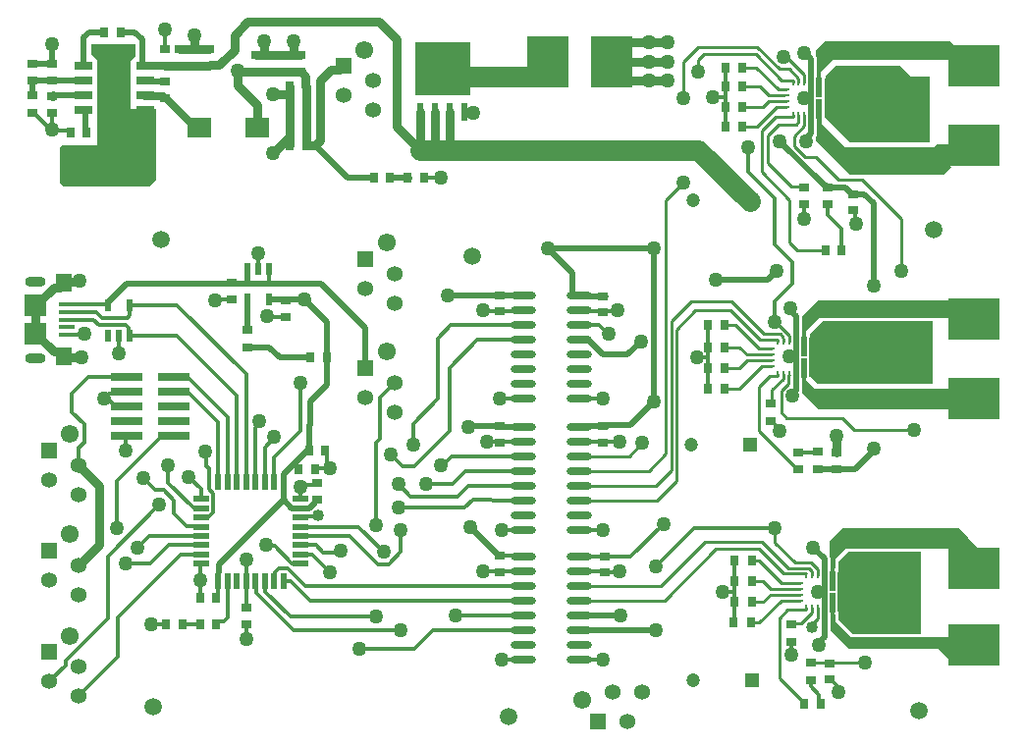
<source format=gtl>
G04*
G04 #@! TF.GenerationSoftware,Altium Limited,Altium Designer,21.9.1 (22)*
G04*
G04 Layer_Physical_Order=1*
G04 Layer_Color=255*
%FSLAX42Y42*%
%MOMM*%
G71*
G04*
G04 #@! TF.SameCoordinates,B3A7D64E-7091-44AA-A069-5FD8CBDAA8E7*
G04*
G04*
G04 #@! TF.FilePolarity,Positive*
G04*
G01*
G75*
%ADD16C,0.25*%
G04:AMPARAMS|DCode=18|XSize=1.55mm|YSize=0.6mm|CornerRadius=0.02mm|HoleSize=0mm|Usage=FLASHONLY|Rotation=0.000|XOffset=0mm|YOffset=0mm|HoleType=Round|Shape=RoundedRectangle|*
%AMROUNDEDRECTD18*
21,1,1.55,0.57,0,0,0.0*
21,1,1.52,0.60,0,0,0.0*
1,1,0.03,0.76,-0.28*
1,1,0.03,-0.76,-0.28*
1,1,0.03,-0.76,0.28*
1,1,0.03,0.76,0.28*
%
%ADD18ROUNDEDRECTD18*%
%ADD19R,0.60X0.25*%
%ADD20R,0.25X0.60*%
%ADD21R,1.35X0.40*%
%ADD22R,1.40X1.60*%
%ADD23R,1.90X1.90*%
%ADD24R,1.36X0.50*%
%ADD25R,0.50X1.36*%
%ADD26R,2.00X1.70*%
%ADD27R,2.79X0.74*%
%ADD28R,0.60X1.00*%
%ADD29R,0.80X0.90*%
%ADD30R,0.90X0.80*%
%ADD31R,0.60X1.62*%
%ADD32R,0.70X0.90*%
%ADD33R,0.90X0.70*%
%ADD34R,4.45X3.56*%
%ADD35O,2.20X0.60*%
%ADD36R,3.56X4.45*%
%ADD62R,2.95X4.90*%
%ADD63R,0.50X1.68*%
%ADD64R,1.40X3.50*%
%ADD65R,0.50X3.50*%
%ADD66R,4.80X4.58*%
%ADD67C,0.51*%
%ADD68C,0.38*%
%ADD69C,0.50*%
%ADD70C,1.78*%
%ADD71C,0.76*%
%ADD72C,0.64*%
%ADD73C,0.48*%
%ADD74O,1.80X0.90*%
%ADD75C,1.52*%
%ADD76R,1.36X1.36*%
%ADD77C,1.36*%
%ADD78C,1.55*%
%ADD79C,1.20*%
%ADD80R,1.20X1.20*%
%ADD81R,1.36X1.36*%
%ADD82C,1.27*%
%ADD83C,1.02*%
G36*
X3556Y8852D02*
X3505Y8801D01*
X3238D01*
X3175Y8865D01*
Y8954D01*
X3556D01*
Y8852D01*
D02*
G37*
G36*
X10630Y8928D02*
Y8870D01*
X10629Y8865D01*
X10630Y8860D01*
Y8814D01*
X9563D01*
X9461Y8712D01*
Y8649D01*
X9436D01*
X9429Y8656D01*
Y8821D01*
X9425Y8840D01*
X9423Y8842D01*
Y8903D01*
X9500Y8979D01*
X10579D01*
X10630Y8928D01*
D02*
G37*
G36*
X10236Y8674D02*
X10401D01*
Y8103D01*
X9715D01*
X9500Y8318D01*
Y8674D01*
X9589Y8763D01*
X10147D01*
X10236Y8674D01*
D02*
G37*
G36*
X9468Y8283D02*
X9474D01*
Y8268D01*
X9677Y8064D01*
X10439D01*
X10465Y8090D01*
X10604D01*
Y7973D01*
X10593Y7961D01*
X10582Y7945D01*
X10578Y7925D01*
X10582Y7905D01*
X10588Y7896D01*
X10516Y7823D01*
X9821D01*
X9817Y7824D01*
X9715D01*
X9423Y8115D01*
Y8159D01*
X9425Y8161D01*
X9429Y8180D01*
Y8318D01*
X9468D01*
Y8283D01*
D02*
G37*
G36*
X3734Y7785D02*
X3670Y7722D01*
X2934D01*
X2896Y7760D01*
Y8052D01*
X2921Y8077D01*
X3226D01*
Y8344D01*
X3454Y8395D01*
X3734D01*
Y7785D01*
D02*
G37*
G36*
X10592Y6591D02*
X10429D01*
X10427Y6592D01*
X9487D01*
X9484Y6591D01*
X9449D01*
X9335Y6477D01*
Y6414D01*
X9298D01*
Y6606D01*
X9436Y6744D01*
X10592D01*
Y6591D01*
D02*
G37*
G36*
X9335Y6096D02*
Y6058D01*
X9335Y6057D01*
Y6048D01*
X9344D01*
X9411Y5982D01*
X10617D01*
Y5804D01*
X9449D01*
X9304Y5949D01*
X9303Y5953D01*
X9297Y5963D01*
X9297Y5964D01*
Y6096D01*
X9303Y6103D01*
X9309Y6106D01*
X9309Y6106D01*
X9316Y6105D01*
X9324Y6107D01*
X9335Y6096D01*
D02*
G37*
G36*
X10427Y6020D02*
X9436D01*
X9371Y6085D01*
Y6450D01*
X9487Y6566D01*
X10427D01*
Y6020D01*
D02*
G37*
G36*
X10810Y4609D02*
X10805Y4597D01*
X10328D01*
X10325Y4598D01*
X9703D01*
X9700Y4597D01*
X9677D01*
X9589Y4508D01*
Y4486D01*
X9588Y4483D01*
Y4429D01*
X9582D01*
Y4400D01*
X9576Y4394D01*
X9543D01*
Y4516D01*
X9539Y4535D01*
X9538Y4537D01*
Y4661D01*
X9652Y4775D01*
X10655D01*
X10810Y4609D01*
D02*
G37*
G36*
X10325Y3861D02*
X9741D01*
X9614Y3988D01*
Y4407D01*
Y4483D01*
X9703Y4572D01*
X10325D01*
Y3861D01*
D02*
G37*
G36*
X9582Y4066D02*
Y4029D01*
X9588D01*
Y3988D01*
X9589Y3985D01*
Y3975D01*
X9728Y3835D01*
X9738D01*
X9741Y3835D01*
X10325D01*
X10328Y3835D01*
X10579D01*
Y3649D01*
X10567Y3644D01*
X10478Y3734D01*
X9703Y3734D01*
X9543Y3894D01*
Y4065D01*
X9553Y4073D01*
X9582Y4066D01*
D02*
G37*
D16*
X8954Y7849D02*
Y8204D01*
X9076Y8326D02*
X9220D01*
X8954Y8204D02*
X9076Y8326D01*
X8787Y8242D02*
X8915D01*
X9082Y8409D01*
X9168D01*
X9614Y7785D02*
X9817D01*
X10160Y7442D01*
Y6998D02*
Y7442D01*
X9419Y7980D02*
X9614Y7785D01*
X9385Y3945D02*
X9435Y3995D01*
Y4089D01*
X9385Y3924D02*
Y3945D01*
X9184Y6096D02*
X9187Y6099D01*
X9184Y6025D02*
Y6096D01*
X9138Y6065D02*
Y6108D01*
X9042Y5969D02*
X9138Y6065D01*
X9119Y5960D02*
X9184Y6025D01*
X9119Y5778D02*
Y5960D01*
Y5778D02*
X9169Y5728D01*
X9042Y5866D02*
Y5969D01*
X9753Y5626D02*
X10262D01*
X9651Y5728D02*
X9753Y5626D01*
X9169Y5728D02*
X9651D01*
X9138Y6108D02*
X9138Y6108D01*
X9004Y8164D02*
X9101Y8261D01*
X9004Y7925D02*
Y8164D01*
Y7925D02*
X9207Y7722D01*
X8954Y7849D02*
X9195Y7607D01*
X9326Y7980D02*
X9419D01*
X9233Y8157D02*
X9321Y8245D01*
X9233Y8073D02*
Y8157D01*
Y8073D02*
X9326Y7980D01*
X9101Y8261D02*
X9247D01*
X9321Y8245D02*
Y8344D01*
X9220Y8326D02*
X9221Y8326D01*
Y8344D01*
X8407Y8928D02*
X8911D01*
X8280Y8801D02*
X8407Y8928D01*
X8280Y8484D02*
Y8801D01*
X8787Y8585D02*
X8940D01*
X9016Y8509D02*
X9143D01*
X8940Y8585D02*
X9016Y8509D01*
X9017Y8459D02*
X9168D01*
X8787Y8407D02*
X8966D01*
X9017Y8459D01*
X8634Y6160D02*
X8763D01*
X8827Y6223D02*
X9036D01*
X8763Y6160D02*
X8827Y6223D01*
X8928Y5994D02*
X9025Y6091D01*
X8928Y5613D02*
Y5994D01*
Y5613D02*
X9258Y5283D01*
X9106Y5612D02*
Y5636D01*
X9040Y5702D02*
X9106Y5636D01*
X9322Y3264D02*
Y3265D01*
X9291Y3296D02*
X9322Y3265D01*
X9289Y3296D02*
X9291D01*
X9106Y3480D02*
X9289Y3296D01*
X9106Y3480D02*
Y4001D01*
X9538Y3613D02*
X9544Y3619D01*
X9843D01*
X9247Y8261D02*
X9271Y8284D01*
Y8344D01*
X9106Y4001D02*
X9177Y4072D01*
X9373Y3618D02*
X9533D01*
X9538Y3613D01*
X9373Y3468D02*
X9383D01*
X9363Y3618D02*
X9373D01*
X9340Y3641D02*
X9363Y3618D01*
X9218Y3959D02*
X9291D01*
X9385Y4053D01*
X9207Y3949D02*
X9218Y3959D01*
X9385Y4053D02*
Y4089D01*
X9385Y4089D01*
X9177Y4072D02*
X9335D01*
X9335Y4072D01*
Y4089D01*
X9195Y7239D02*
Y7607D01*
X9207Y7722D02*
X9319D01*
X9195Y7239D02*
X9258Y7175D01*
X9319Y7722D02*
X9322Y7719D01*
X9321Y8624D02*
Y8688D01*
X9144Y8839D02*
X9169D01*
X9321Y8688D01*
X9102Y8738D02*
X9192D01*
X9270Y8659D01*
Y8624D02*
Y8659D01*
X8911Y8928D02*
X9102Y8738D01*
X9270Y8624D02*
X9271Y8624D01*
X9126Y8641D02*
X9220D01*
X8903Y8865D02*
X9126Y8641D01*
X8458Y8865D02*
X8903D01*
X9220Y8641D02*
X9221Y8641D01*
Y8624D02*
Y8641D01*
X7377Y5397D02*
X7811D01*
X7925Y5512D01*
X8407Y8814D02*
X8458Y8865D01*
X8407Y8712D02*
Y8814D01*
X8128Y5423D02*
Y7607D01*
X7976Y5271D02*
X8128Y5423D01*
X8174Y5278D02*
Y6561D01*
X8039Y5144D02*
X8174Y5278D01*
X8219Y5184D02*
Y6492D01*
X8052Y5017D02*
X8219Y5184D01*
X8128Y7607D02*
X8280Y7760D01*
X7404Y5017D02*
X8052D01*
X8174Y6561D02*
X8347Y6734D01*
X7377Y5144D02*
X8039D01*
X8219Y6492D02*
X8382Y6655D01*
X7391Y5271D02*
X7976D01*
X9030Y5702D02*
X9040D01*
X8634Y5982D02*
X8763D01*
X8955Y6173D01*
X9036D01*
X9042Y5866D02*
X9042Y5866D01*
X8972Y6451D02*
X9111D01*
X9134Y6428D01*
X8936Y6406D02*
X9088D01*
X9138Y6389D02*
Y6413D01*
X9134Y6418D02*
Y6428D01*
Y6418D02*
X9138Y6413D01*
X9188Y6389D02*
Y6439D01*
X9025Y6091D02*
X9088D01*
X9088Y6091D02*
Y6108D01*
X9088Y6091D02*
X9088Y6091D01*
X9188Y6389D02*
X9188Y6388D01*
X9138Y6389D02*
X9138Y6388D01*
X9088Y6406D02*
X9088Y6406D01*
Y6388D02*
Y6406D01*
X8459Y4661D02*
X8954D01*
X9068Y4648D02*
Y4775D01*
X7379Y4153D02*
X8115D01*
X7379Y4280D02*
X8078D01*
X8115Y4153D02*
X8560Y4597D01*
X8078Y4280D02*
X8459Y4661D01*
X8862Y3962D02*
X8928D01*
X9120Y4154D01*
X8865Y4140D02*
X8966D01*
X9030Y4204D01*
X9282D01*
X9030Y4254D02*
X9282D01*
X9182Y4432D02*
X9357D01*
X9139Y4386D02*
X9335D01*
X9435Y4369D02*
Y4419D01*
X9357Y4432D02*
X9385Y4405D01*
X9376Y4478D02*
X9435Y4419D01*
X9385Y4369D02*
X9385Y4369D01*
X8954Y4661D02*
X9182Y4432D01*
X9385Y4369D02*
Y4405D01*
X9068Y4648D02*
X9238Y4478D01*
X9376D01*
X9120Y4154D02*
X9282D01*
X9120Y4304D02*
X9282D01*
X8966Y4318D02*
X9030Y4254D01*
X8865Y4318D02*
X8966D01*
X8928Y4496D02*
X9120Y4304D01*
X8865Y4496D02*
X8928D01*
X8928Y4597D02*
X9139Y4386D01*
X8560Y4597D02*
X8928D01*
X8635Y6337D02*
X8763D01*
X8827Y6273D02*
X9036D01*
X8763Y6337D02*
X8827Y6273D01*
X8929Y6323D02*
X9036D01*
X8725Y6528D02*
X8929Y6323D01*
X8635Y6528D02*
X8725D01*
X8687Y6655D02*
X8936Y6406D01*
X8689Y6734D02*
X8972Y6451D01*
X8635Y6528D02*
X8635Y6528D01*
X8347Y6734D02*
X8689D01*
X8382Y6655D02*
X8687D01*
X9068Y6553D02*
X9074D01*
X9188Y6439D01*
X9258Y7175D02*
X9503D01*
X9094Y8559D02*
X9168D01*
X9143Y8509D02*
X9143Y8509D01*
X9151D01*
X8787Y8750D02*
X8787Y8750D01*
X8903D01*
X9094Y8559D01*
D18*
X3640Y8764D02*
D03*
Y8638D02*
D03*
Y8511D02*
D03*
Y8383D02*
D03*
X3100D02*
D03*
Y8511D02*
D03*
Y8638D02*
D03*
Y8764D02*
D03*
D19*
X9168Y8409D02*
D03*
Y8459D02*
D03*
Y8509D02*
D03*
Y8559D02*
D03*
X9036Y6323D02*
D03*
Y6273D02*
D03*
Y6223D02*
D03*
Y6173D02*
D03*
X9282Y4154D02*
D03*
Y4204D02*
D03*
Y4254D02*
D03*
Y4304D02*
D03*
D20*
X9221Y8624D02*
D03*
X9271D02*
D03*
X9321D02*
D03*
Y8344D02*
D03*
X9271D02*
D03*
X9221D02*
D03*
X9088Y6108D02*
D03*
X9138D02*
D03*
X9188D02*
D03*
Y6388D02*
D03*
X9138D02*
D03*
X9088D02*
D03*
X9335Y4369D02*
D03*
X9385D02*
D03*
X9435D02*
D03*
Y4089D02*
D03*
X9385D02*
D03*
X9335D02*
D03*
D21*
X2956Y6706D02*
D03*
Y6641D02*
D03*
Y6576D02*
D03*
Y6511D02*
D03*
Y6446D02*
D03*
D22*
X2934Y6896D02*
D03*
Y6256D02*
D03*
D23*
X2689Y6696D02*
D03*
Y6456D02*
D03*
D24*
X4119Y4470D02*
D03*
Y4550D02*
D03*
Y4630D02*
D03*
Y4710D02*
D03*
Y4790D02*
D03*
Y4870D02*
D03*
Y4950D02*
D03*
Y5030D02*
D03*
X4974D02*
D03*
Y4950D02*
D03*
Y4870D02*
D03*
Y4790D02*
D03*
Y4710D02*
D03*
Y4630D02*
D03*
Y4550D02*
D03*
Y4470D02*
D03*
D25*
X4267Y5177D02*
D03*
X4347D02*
D03*
X4427D02*
D03*
X4507D02*
D03*
X4587D02*
D03*
X4667D02*
D03*
X4747D02*
D03*
X4827D02*
D03*
Y4322D02*
D03*
X4747D02*
D03*
X4667D02*
D03*
X4587D02*
D03*
X4507D02*
D03*
X4427D02*
D03*
X4347D02*
D03*
X4267D02*
D03*
D26*
X4106Y8230D02*
D03*
X4606D02*
D03*
D27*
X3886Y5575D02*
D03*
X3480D02*
D03*
X3886Y5702D02*
D03*
X3480D02*
D03*
X3886Y5829D02*
D03*
X3480D02*
D03*
X3886Y5956D02*
D03*
X3480D02*
D03*
X3886Y6083D02*
D03*
X3480D02*
D03*
D28*
X4705Y6750D02*
D03*
X4515D02*
D03*
X4705Y7010D02*
D03*
X4610D02*
D03*
X4515D02*
D03*
X3315Y6699D02*
D03*
X3505D02*
D03*
X3315Y6439D02*
D03*
X3410D02*
D03*
X3505D02*
D03*
D29*
X4883Y8077D02*
D03*
X5023D02*
D03*
X4883Y8204D02*
D03*
X5023D02*
D03*
X4883Y8331D02*
D03*
X5023D02*
D03*
X4883Y8458D02*
D03*
X5023D02*
D03*
X4883Y8585D02*
D03*
X5023D02*
D03*
X2991Y8192D02*
D03*
X3131D02*
D03*
X5607Y7798D02*
D03*
X5747D02*
D03*
X9458Y3264D02*
D03*
X9318D02*
D03*
X9643Y7175D02*
D03*
X9503D02*
D03*
X4248Y3950D02*
D03*
X4108D02*
D03*
X5201Y6248D02*
D03*
X5061D02*
D03*
X4108Y4178D02*
D03*
X4248D02*
D03*
X5188Y5448D02*
D03*
X5048D02*
D03*
X5099Y5283D02*
D03*
X4959D02*
D03*
D30*
X4978Y8858D02*
D03*
Y8718D02*
D03*
X4851Y8858D02*
D03*
Y8718D02*
D03*
X4724Y8858D02*
D03*
Y8718D02*
D03*
X4597Y8858D02*
D03*
Y8718D02*
D03*
X2832Y8782D02*
D03*
Y8642D02*
D03*
Y8503D02*
D03*
Y8363D02*
D03*
X3810Y8769D02*
D03*
Y8909D02*
D03*
X3810Y8630D02*
D03*
Y8490D02*
D03*
X4064Y8909D02*
D03*
Y8769D02*
D03*
X4191Y8909D02*
D03*
Y8769D02*
D03*
X3937Y8909D02*
D03*
Y8769D02*
D03*
X9271Y5429D02*
D03*
Y5289D02*
D03*
X9538Y3613D02*
D03*
Y3473D02*
D03*
X9601Y5289D02*
D03*
Y5429D02*
D03*
X9741Y7658D02*
D03*
Y7518D02*
D03*
X5118Y5163D02*
D03*
Y5023D02*
D03*
X7595Y4394D02*
D03*
Y4534D02*
D03*
X4851Y6597D02*
D03*
Y6738D02*
D03*
X4381Y6890D02*
D03*
Y6750D02*
D03*
X7582Y5518D02*
D03*
Y5658D02*
D03*
X6693Y6648D02*
D03*
Y6788D02*
D03*
X7582Y6636D02*
D03*
Y6776D02*
D03*
X4508Y3949D02*
D03*
Y4089D02*
D03*
X6693Y5518D02*
D03*
Y5658D02*
D03*
Y4400D02*
D03*
Y4540D02*
D03*
D31*
X6388Y8367D02*
D03*
X6261D02*
D03*
X6134D02*
D03*
X6007D02*
D03*
D32*
X3428Y9055D02*
D03*
X3278D02*
D03*
X8862Y3962D02*
D03*
X8712D02*
D03*
X8865Y4140D02*
D03*
X8715D02*
D03*
X8865Y4318D02*
D03*
X8715D02*
D03*
X8484Y6160D02*
D03*
X8634D02*
D03*
X8484Y5982D02*
D03*
X8634D02*
D03*
X8485Y6337D02*
D03*
X8635D02*
D03*
X8865Y4496D02*
D03*
X8715D02*
D03*
X8485Y6528D02*
D03*
X8635D02*
D03*
X8637Y8750D02*
D03*
X8787D02*
D03*
X8637Y8407D02*
D03*
X8787D02*
D03*
X8637Y8242D02*
D03*
X8787D02*
D03*
X8637Y8585D02*
D03*
X8787D02*
D03*
X3812Y3950D02*
D03*
X3962D02*
D03*
X6044Y7798D02*
D03*
X5894D02*
D03*
D33*
X2667Y8636D02*
D03*
Y8786D02*
D03*
X2667Y8358D02*
D03*
Y8508D02*
D03*
X9207Y3949D02*
D03*
Y3799D02*
D03*
X9373Y3468D02*
D03*
Y3618D02*
D03*
X9030Y5702D02*
D03*
Y5852D02*
D03*
X9436Y5284D02*
D03*
Y5434D02*
D03*
X9322Y7719D02*
D03*
Y7569D02*
D03*
X9525Y7719D02*
D03*
Y7569D02*
D03*
X4521Y6489D02*
D03*
Y6338D02*
D03*
D34*
X10782Y4432D02*
D03*
Y3772D02*
D03*
Y5893D02*
D03*
Y6579D02*
D03*
Y8077D02*
D03*
Y8763D02*
D03*
D35*
X7377Y4762D02*
D03*
Y4890D02*
D03*
Y5017D02*
D03*
Y5144D02*
D03*
Y5271D02*
D03*
Y5397D02*
D03*
Y5524D02*
D03*
Y5651D02*
D03*
X6897Y4762D02*
D03*
Y4890D02*
D03*
Y5017D02*
D03*
Y5144D02*
D03*
Y5271D02*
D03*
Y5397D02*
D03*
Y5524D02*
D03*
Y5651D02*
D03*
X6899Y6782D02*
D03*
Y6655D02*
D03*
Y6528D02*
D03*
Y6401D02*
D03*
Y6274D02*
D03*
Y6147D02*
D03*
Y6020D02*
D03*
Y5893D02*
D03*
X7379Y6782D02*
D03*
Y6655D02*
D03*
Y6528D02*
D03*
Y6401D02*
D03*
Y6274D02*
D03*
Y6147D02*
D03*
Y6020D02*
D03*
Y5893D02*
D03*
X6899Y4534D02*
D03*
Y4407D02*
D03*
Y4280D02*
D03*
Y4153D02*
D03*
Y4026D02*
D03*
Y3899D02*
D03*
Y3772D02*
D03*
Y3645D02*
D03*
X7379Y4534D02*
D03*
Y4407D02*
D03*
Y4280D02*
D03*
Y4153D02*
D03*
Y4026D02*
D03*
Y3899D02*
D03*
Y3772D02*
D03*
Y3645D02*
D03*
D36*
X7658Y8801D02*
D03*
X7112D02*
D03*
D62*
X3370Y8574D02*
D03*
D63*
X9448Y8575D02*
D03*
Y8392D02*
D03*
X9316Y6157D02*
D03*
Y6340D02*
D03*
X9562Y4320D02*
D03*
Y4138D02*
D03*
D64*
X9563Y8484D02*
D03*
X9431Y6248D02*
D03*
X9677Y4229D02*
D03*
D65*
X9378Y8484D02*
D03*
X9246Y6248D02*
D03*
X9492Y4229D02*
D03*
D66*
X6198Y8738D02*
D03*
D67*
X6440Y4788D02*
X6688Y4540D01*
X6439Y4788D02*
X6440D01*
X6693Y5658D02*
X6699Y5651D01*
X6897D01*
X6690Y5655D02*
X6693Y5658D01*
X6426Y5651D02*
X6429Y5655D01*
X6690D01*
X6248Y6782D02*
X6249Y6782D01*
X6899D01*
X3315Y6699D02*
X3319Y6704D01*
X5537Y6160D02*
Y6502D01*
X3319Y6704D02*
Y6724D01*
X4508Y6883D02*
X4699D01*
X4254Y6882D02*
X4256Y6883D01*
X4515Y6890D02*
Y7010D01*
X3478Y6882D02*
X4254D01*
X4508Y6883D02*
X4515Y6890D01*
X4256Y6883D02*
X4508D01*
X3319Y6724D02*
X3478Y6882D01*
X4699Y6883D02*
X5156D01*
X5537Y6502D01*
X5199Y6012D02*
Y6248D01*
X4705Y6750D02*
X5010D01*
X5201Y6248D02*
Y6559D01*
X5010Y6750D02*
X5201Y6559D01*
X7586Y6274D02*
X7798D01*
X7912Y6388D01*
X9741Y7658D02*
X9836D01*
X9736D02*
X9741D01*
X9675Y7719D02*
X9736Y7658D01*
X9525Y7719D02*
X9675D01*
X9515Y7729D02*
X9525Y7719D01*
X9760Y5289D02*
X9919Y5448D01*
Y5461D01*
X9601Y5289D02*
X9760D01*
X9436Y5284D02*
X9439Y5287D01*
X9599D01*
X9601Y5289D01*
X9917Y6873D02*
X9919Y6871D01*
X9917Y6873D02*
Y7577D01*
X9836Y7658D02*
X9917Y7577D01*
X9004Y6921D02*
X9081Y6998D01*
X8560Y6921D02*
X9004D01*
X9202Y6652D02*
Y6673D01*
X9247Y6381D02*
Y6608D01*
X9202Y6652D02*
X9247Y6608D01*
X7459Y6401D02*
X7586Y6274D01*
X7379Y6401D02*
X7459D01*
X9246Y5964D02*
Y6099D01*
X9220Y5939D02*
X9246Y5964D01*
X9220Y5918D02*
Y5939D01*
X9106Y8115D02*
X9492Y7729D01*
X9515D01*
X3805Y8490D02*
X3810D01*
X3428Y9055D02*
X3545D01*
X3609Y8638D02*
X3612Y8634D01*
X3806D02*
X3810Y8630D01*
X3612Y8634D02*
X3806D01*
X3609Y8764D02*
Y8991D01*
X3545Y9055D02*
X3609Y8991D01*
X3069Y8764D02*
X3100D01*
X2832Y8782D02*
X2832Y8782D01*
X3104Y8769D02*
Y9008D01*
X3100Y8764D02*
X3104Y8769D01*
X2830Y8784D02*
X2832Y8782D01*
X2669Y8784D02*
X2830D01*
X2667Y8786D02*
X2669Y8784D01*
X3104Y9008D02*
X3151Y9055D01*
X3278D01*
X2832Y8782D02*
Y8954D01*
X2667Y8508D02*
Y8636D01*
X2670Y8639D02*
X2829D01*
X2667Y8636D02*
X2670Y8639D01*
X2667Y8636D02*
X2667Y8636D01*
X2832Y8642D02*
X2834Y8640D01*
X2829Y8639D02*
X2832Y8642D01*
X3121Y8201D02*
X3131Y8192D01*
X3066Y8640D02*
X3069Y8638D01*
X2845Y8511D02*
X3069D01*
X2834Y8640D02*
X3066D01*
X3121Y8201D02*
Y8379D01*
X3116Y8383D02*
X3121Y8379D01*
X5772Y7798D02*
X5894D01*
X5048Y4950D02*
X5099Y5000D01*
Y5008D01*
X4974Y4950D02*
X4974Y4950D01*
X5048D01*
X5099Y5008D02*
X5113Y5023D01*
X5118D01*
X4898Y4950D02*
X4974D01*
X4827Y5021D02*
X4898Y4950D01*
X4833Y5239D02*
X5054Y5461D01*
X7379Y4026D02*
X7734D01*
X9246Y6380D02*
X9247Y6381D01*
X10681Y8865D02*
X10782Y8763D01*
X10630Y7925D02*
X10782Y8077D01*
X9316Y6157D02*
X9316Y6157D01*
X10668Y6693D02*
X10782Y6579D01*
X10744Y3734D02*
X10782Y3772D01*
X4273Y4467D02*
X4827Y5021D01*
X4273Y4395D02*
Y4467D01*
X5054Y5474D02*
Y5664D01*
X4827Y5021D02*
Y5177D01*
X5055Y5867D02*
X5199Y6012D01*
X6899Y6782D02*
X6899Y6782D01*
X5055Y5665D02*
Y5867D01*
X6401Y8020D02*
X6420Y8039D01*
X7379Y3899D02*
X8039D01*
D68*
X6556Y6652D02*
X6683D01*
X6672Y6651D02*
X6890D01*
X6553Y6655D02*
X6556Y6652D01*
X6582Y5521D02*
X6690D01*
X6579Y5524D02*
X6582Y5521D01*
X6690D02*
X6693Y5518D01*
X6696Y5521D01*
X6894D01*
X2957Y6705D02*
X3308D01*
X4699Y6883D02*
X4705Y6889D01*
X4694Y6999D02*
X4705Y7010D01*
X3308Y6705D02*
X3315Y6699D01*
X2956Y6706D02*
X2957Y6705D01*
X4705Y6889D02*
Y7010D01*
X5664Y5550D02*
Y5906D01*
X5626Y5512D02*
X5664Y5550D01*
X5626Y4801D02*
Y5512D01*
X7379Y6782D02*
X7382Y6779D01*
X7328Y6782D02*
X7379D01*
X7318Y6792D02*
X7328Y6782D01*
X7604Y6779D02*
X7607Y6776D01*
X6185Y7798D02*
X6185Y7798D01*
X6044Y7798D02*
X6185D01*
X3810Y8909D02*
Y9081D01*
X3810Y9081D02*
X3810Y9081D01*
X9538Y3473D02*
X9543D01*
X9597Y3383D02*
Y3419D01*
X9543Y3473D02*
X9597Y3419D01*
Y3383D02*
X9614Y3365D01*
X9434Y5432D02*
X9436Y5434D01*
X9271Y5429D02*
X9274Y5432D01*
X9434D01*
X9068Y6553D02*
Y6731D01*
X9220Y6883D02*
Y7074D01*
X9068Y6731D02*
X9220Y6883D01*
X9068Y7226D02*
Y7620D01*
Y7226D02*
X9220Y7074D01*
X8839Y7849D02*
X9068Y7620D01*
X4587Y5642D02*
X4623Y5678D01*
X4587Y5177D02*
Y5642D01*
X4623Y5678D02*
Y5702D01*
X4153Y5436D02*
X4165Y5423D01*
Y5315D02*
Y5423D01*
X4013Y5220D02*
X4119Y5114D01*
X4667Y5177D02*
Y5475D01*
X4750Y5558D01*
Y5563D01*
X4048Y4956D02*
X4113D01*
X3835Y5169D02*
Y5321D01*
X4113Y4956D02*
X4119Y4950D01*
X3835Y5169D02*
X4048Y4956D01*
X3886Y4902D02*
Y5017D01*
X4119Y4790D02*
X4125Y4784D01*
X3721Y5105D02*
X3797D01*
X3886Y5017D01*
X3619Y5207D02*
X3721Y5105D01*
X3311Y4531D02*
X3759Y4978D01*
X3886Y4902D02*
X3994Y4794D01*
X3311Y4001D02*
Y4531D01*
X3391Y5183D02*
X3783Y5575D01*
X3391Y4775D02*
Y5183D01*
X3569Y4610D02*
Y4612D01*
X3667Y4710D01*
X4184Y5114D02*
Y5296D01*
X4165Y5315D02*
X4184Y5296D01*
X5855Y5309D02*
X5956D01*
X5753Y5410D02*
X5855Y5309D01*
X5956D02*
X6261Y5613D01*
Y6160D01*
X6502Y6401D01*
X6899D01*
X9754Y7410D02*
X9766Y7398D01*
X9741Y7518D02*
X9754Y7505D01*
Y7410D02*
Y7505D01*
X9262Y5439D02*
X9271Y5429D01*
X6388Y8367D02*
X6398Y8357D01*
X6464D01*
X2677Y8358D02*
X2818Y8217D01*
X2667Y8358D02*
X2677D01*
X2832Y8217D02*
X2845Y8204D01*
X2667Y8358D02*
X2669Y8360D01*
X2825D02*
X2827Y8363D01*
X2832Y8217D02*
Y8363D01*
X2818Y8217D02*
X2832D01*
X2827Y8363D02*
X2832D01*
X2832Y8363D01*
X2978Y8204D02*
X2991Y8192D01*
X2845Y8204D02*
X2978D01*
X3467Y4470D02*
X3683D01*
X3842Y4630D02*
X4119D01*
X3683Y4470D02*
X3842Y4630D01*
X3400Y3667D02*
Y4010D01*
X3940Y4550D02*
X4119D01*
X3400Y4010D02*
X3940Y4550D01*
X4508Y3823D02*
Y3949D01*
X4891Y4322D02*
X5061Y4153D01*
X6312Y4026D02*
X6899D01*
X5061Y4153D02*
X6899D01*
X7546Y6528D02*
X7622Y6452D01*
X7379Y6528D02*
X7546D01*
X7622Y6452D02*
X7633D01*
X7699Y6645D02*
X7709Y6655D01*
X7592Y6645D02*
X7699D01*
X7582Y6636D02*
X7592Y6645D01*
X7383Y6651D02*
X7582D01*
X7572Y5521D02*
X7718D01*
X5111Y4630D02*
X5173Y4568D01*
X5304D01*
X5321Y4585D01*
X5925Y5048D02*
X6331D01*
X6426Y5144D02*
X6897D01*
X6331Y5048D02*
X6426Y5144D01*
X6461Y5026D02*
X6620D01*
X5817Y4953D02*
X6388D01*
X6461Y5026D01*
X4980Y4876D02*
X5118D01*
X5127Y4886D01*
X4974Y4790D02*
X5472D01*
X5690Y4572D01*
X4994Y5147D02*
X5102D01*
X4978Y5131D02*
X4994Y5147D01*
X5102D02*
X5118Y5163D01*
X4687Y4622D02*
X4755D01*
X4901Y4476D01*
X4674Y4635D02*
X4687Y4622D01*
X4867Y4427D02*
X4883Y4411D01*
X4786Y4427D02*
X4867D01*
X4974Y4870D02*
X4980Y4876D01*
X6691Y4537D02*
X6895D01*
X6688Y4540D02*
X6691Y4537D01*
X3962Y3950D02*
X4115D01*
X4248Y3950D02*
Y3951D01*
X4347Y4004D02*
Y4322D01*
X4269Y3972D02*
X4315D01*
X4248Y3951D02*
X4269Y3972D01*
X4315D02*
X4347Y4004D01*
X9643Y7175D02*
Y7362D01*
X9525Y7480D02*
Y7569D01*
Y7480D02*
X9643Y7362D01*
X9373Y3468D02*
X9373Y3468D01*
Y3416D02*
Y3468D01*
Y3416D02*
X9449Y3340D01*
Y3273D02*
Y3340D01*
Y3273D02*
X9458Y3264D01*
X8839Y7849D02*
Y8064D01*
X9736Y7518D02*
X9741D01*
X2948Y3596D02*
Y3638D01*
X3311Y4001D01*
X9207Y3682D02*
Y3799D01*
X9322Y7442D02*
Y7569D01*
X8484Y5982D02*
Y6160D01*
X8484Y6160D01*
Y6248D01*
X8369Y4775D02*
X9068D01*
X8712Y3962D02*
X8713Y3964D01*
Y4139D01*
X8611Y4229D02*
X8715D01*
X8039Y4445D02*
X8369Y4775D01*
X8715Y4229D02*
Y4318D01*
X8713Y4139D02*
X8715Y4140D01*
Y4229D01*
Y4318D02*
Y4496D01*
X8395Y6248D02*
X8484D01*
X8395Y6248D02*
X8395Y6248D01*
X8484D02*
Y6337D01*
X8635Y6327D02*
Y6337D01*
X8484Y6337D02*
X8485Y6337D01*
Y6528D01*
X8635D02*
X8637Y6525D01*
Y8242D02*
Y8407D01*
Y8496D01*
X8637Y8496D02*
X8637Y8496D01*
X8534Y8496D02*
X8637D01*
X8637Y8496D02*
Y8585D01*
Y8750D01*
X4378Y6747D02*
X4381Y6750D01*
X4242Y6744D02*
X4245Y6747D01*
X4378D01*
X5645Y4464D02*
X5734D01*
X5842Y4572D02*
Y4762D01*
X5734Y4464D02*
X5842Y4572D01*
X5556Y4553D02*
X5645Y4464D01*
X4112Y4182D02*
Y4327D01*
X4108Y4178D02*
X4112Y4182D01*
Y4327D02*
X4115Y4331D01*
Y4465D02*
X4119Y4470D01*
X4115Y4331D02*
Y4465D01*
X5232Y5296D02*
Y5320D01*
X5188Y5448D02*
X5206Y5430D01*
Y5346D02*
Y5430D01*
Y5346D02*
X5232Y5320D01*
X5226Y5290D02*
X5232Y5296D01*
X5099Y5283D02*
X5106Y5290D01*
X5226D01*
X4974Y5030D02*
X4978Y5034D01*
Y5131D01*
X7715Y4400D02*
X7722Y4407D01*
X7601Y4400D02*
X7715D01*
X7595Y4394D02*
X7601Y4400D01*
X3294Y5876D02*
X3330D01*
X3377Y5829D02*
X3480D01*
X3277Y5893D02*
X3322Y5939D01*
X3462D01*
X3330Y5876D02*
X3377Y5829D01*
X3277Y5893D02*
X3294Y5876D01*
X3462Y5939D02*
X3480Y5956D01*
X7569Y5524D02*
X7572Y5521D01*
X7718D02*
X7722Y5524D01*
X6706Y4762D02*
X6871D01*
X6620Y5026D02*
X6630Y5017D01*
X6897D01*
X7404Y4762D02*
X7582D01*
X6556Y4404D02*
X6690D01*
X6696D02*
X6813D01*
X6553Y4407D02*
X6556Y4404D01*
X6706Y3645D02*
X6883D01*
X7404D02*
X7582D01*
X7379Y5893D02*
X7582D01*
X6693D02*
X6896D01*
X4689Y6601D02*
X4853D01*
X4860Y6594D01*
X4685Y6605D02*
X4689Y6601D01*
X3467Y5563D02*
X3480Y5575D01*
X3467Y5448D02*
Y5563D01*
X3377Y5575D02*
X3480D01*
X3407Y6290D02*
Y6436D01*
X3410Y6439D01*
X3404Y6287D02*
X3407Y6290D01*
X3107Y6447D02*
X3111Y6452D01*
X2957Y6447D02*
X3107D01*
X2956Y6446D02*
X2957Y6447D01*
X4610Y7010D02*
Y7150D01*
X3686Y3950D02*
X3812D01*
X3812Y3950D01*
X3685Y3950D02*
X3686Y3950D01*
X4261Y4316D02*
X4267Y4322D01*
X4261Y4191D02*
Y4316D01*
X4248Y4178D02*
X4261Y4191D01*
X5054Y5461D02*
Y5474D01*
X4833Y5183D02*
Y5239D01*
X4827Y5177D02*
X4833Y5183D01*
X5048Y5448D02*
X5048Y5449D01*
X4747Y5384D02*
X4977Y5614D01*
Y6032D01*
X4741Y5171D02*
X4747Y5177D01*
X4977Y6032D02*
X4978Y6033D01*
X6274Y6528D02*
X6896D01*
X6160Y6414D02*
X6274Y6528D01*
X6894Y5521D02*
X6897Y5524D01*
X6690Y4404D02*
X6693Y4400D01*
X6696Y4404D01*
X6895Y4537D02*
X6899Y4534D01*
X5017Y4280D02*
X6899D01*
X4885Y4411D02*
X5017Y4280D01*
X6813Y4407D02*
X6899D01*
X7586Y4403D02*
X7595Y4394D01*
X7379Y4407D02*
X7383Y4403D01*
X7586D01*
X7379Y4534D02*
X7595D01*
X7823D02*
X8103Y4813D01*
X7595Y4534D02*
X7823D01*
X7378Y5524D02*
X7569D01*
X7377Y5524D02*
X7378Y5524D01*
X7379Y6655D02*
X7383Y6651D01*
X4747Y5177D02*
Y5384D01*
X4507Y5177D02*
Y6103D01*
X3911Y6699D02*
X4507Y6103D01*
X4427Y5177D02*
Y5923D01*
X3911Y6439D02*
X4427Y5923D01*
X4119Y5030D02*
Y5114D01*
X3994Y4794D02*
X4115D01*
X4119Y4790D01*
X4267Y4322D02*
X4273Y4328D01*
X5664Y5906D02*
X5791Y6033D01*
X8095Y4813D02*
X8103D01*
X6160Y5892D02*
Y6414D01*
X5944Y5499D02*
Y5676D01*
X6160Y5892D01*
X3214Y6641D02*
X3264Y6591D01*
X2956Y6641D02*
X3214D01*
X3505Y6439D02*
X3911D01*
X3505Y6699D02*
X3911D01*
X3505Y6614D02*
Y6699D01*
X3264Y6591D02*
X3482D01*
X3505Y6614D01*
X2956Y6576D02*
X3185D01*
X3236Y6526D02*
X3471D01*
X3185Y6576D02*
X3236Y6526D01*
X3494Y6450D02*
X3505Y6439D01*
X3471Y6526D02*
X3494Y6503D01*
Y6450D02*
Y6503D01*
X3004Y5938D02*
X3149Y6083D01*
X3480D01*
X5556Y4553D02*
Y4553D01*
X5400Y4710D02*
X5556Y4553D01*
X4974Y4710D02*
X5400D01*
X4974Y4630D02*
X5111D01*
X5077Y4550D02*
X5232Y4394D01*
X4974Y4550D02*
X5077D01*
X4968Y4476D02*
X4974Y4470D01*
X4753Y4394D02*
X4786Y4427D01*
X4883Y4411D02*
X4885D01*
X4901Y4476D02*
X4968D01*
X5817Y5156D02*
X5925Y5048D01*
X6287Y5156D02*
X6401Y5271D01*
X6058Y5156D02*
X6287D01*
X4507Y4322D02*
X4508Y4323D01*
Y4508D01*
X4508Y4508D01*
X4273Y4328D02*
Y4395D01*
X4974Y5030D02*
X5017D01*
X5486Y3734D02*
X5956D01*
X6121Y3899D02*
X6899D01*
X5956Y3734D02*
X6121Y3899D01*
X4593Y4221D02*
X4915Y3899D01*
X5842D01*
X4673Y4231D02*
X4890Y4013D01*
X5626D01*
X4593Y4221D02*
Y4316D01*
X4673Y4231D02*
Y4316D01*
X4827Y4322D02*
X4891D01*
X4747D02*
X4753Y4328D01*
Y4394D01*
X3667Y4710D02*
X4119D01*
X4184Y5114D02*
X4224Y5075D01*
X4190Y4876D02*
X4224Y4910D01*
X4125Y4876D02*
X4190D01*
X4119Y4870D02*
X4125Y4876D01*
X4224Y4910D02*
Y5075D01*
X2807Y3454D02*
X2948Y3596D01*
X3061Y3327D02*
X3400Y3667D01*
X4587Y4322D02*
X4593Y4316D01*
X4667Y4322D02*
X4673Y4316D01*
X8158Y8759D02*
Y8784D01*
X8141Y8801D02*
X8158Y8784D01*
Y8619D02*
X8168D01*
X8141Y8636D02*
X8158Y8619D01*
X3004Y5780D02*
Y5938D01*
Y5780D02*
X3109Y5675D01*
Y5517D02*
Y5675D01*
X3061Y5469D02*
X3109Y5517D01*
X3061Y5321D02*
Y5469D01*
X3783Y5575D02*
X3886D01*
X4018Y5939D02*
X4267Y5690D01*
X3886Y5956D02*
X3904Y5939D01*
X4267Y5177D02*
Y5690D01*
X3904Y5939D02*
X4018D01*
X4016Y6066D02*
X4347Y5735D01*
X3886Y6083D02*
X3904Y6066D01*
X4347Y5177D02*
Y5735D01*
X3904Y6066D02*
X4016D01*
X6401Y5271D02*
X6897D01*
X6203Y5321D02*
X6279Y5397D01*
X6897D01*
X6185Y5321D02*
X6203D01*
X4508Y4090D02*
X4508Y4089D01*
X4508Y4090D02*
Y4321D01*
X4507Y4322D02*
X4508Y4321D01*
D69*
X7112Y7188D02*
X8026D01*
X7382Y6779D02*
X7604D01*
X7382Y5656D02*
X7624D01*
X8026Y5867D02*
Y7188D01*
X7318Y6792D02*
Y6982D01*
X7112Y7188D02*
X7318Y6982D01*
X5099Y8077D02*
X5378Y7798D01*
X5607D01*
X4521Y6338D02*
X4703D01*
X4794Y6248D01*
X4518Y6492D02*
X4521Y6489D01*
X4515Y6750D02*
X4518Y6747D01*
Y6492D02*
Y6747D01*
X4794Y6248D02*
X5061D01*
X5061Y6248D01*
X7377Y5651D02*
X7382Y5656D01*
X7624D02*
X7633Y5664D01*
X8023Y5867D02*
X8026D01*
X7820Y5664D02*
X8023Y5867D01*
X7633Y5664D02*
X7820D01*
D70*
X6420Y8039D02*
X8403D01*
X8848Y7595D01*
X6261Y8674D02*
X7074D01*
X6198Y8738D02*
X6261Y8674D01*
Y8039D02*
X6420D01*
X7074Y8674D02*
X7125Y8725D01*
X6134Y8039D02*
X6261D01*
X6007D02*
X6134D01*
D71*
X4064Y8769D02*
X4185D01*
X3937D02*
X4064D01*
X5804Y8242D02*
X6007Y8039D01*
X5804Y8242D02*
Y8992D01*
X5651Y9144D02*
X5804Y8992D01*
X4521Y9144D02*
X5651D01*
X4407Y9030D02*
X4521Y9144D01*
X4407Y8903D02*
Y9030D01*
X4275Y8771D02*
X4407Y8903D01*
X4191Y8769D02*
X4193Y8771D01*
X4275D01*
X4915Y8858D02*
Y8979D01*
X4915Y8979D02*
X4915Y8979D01*
X4661Y8979D02*
X4661Y8979D01*
Y8858D02*
Y8979D01*
X4064Y8909D02*
X4191D01*
X4432Y8598D02*
Y8725D01*
X4439Y8718D01*
X4606Y8230D02*
X4623Y8246D01*
X4883Y8141D02*
Y8204D01*
Y8077D02*
Y8141D01*
X4864D02*
X4883D01*
X4737Y8014D02*
X4864Y8141D01*
X4883Y8522D02*
Y8585D01*
Y8458D02*
Y8522D01*
X4883Y8522D02*
X4883Y8522D01*
X4737Y8522D02*
X4883D01*
X4915Y8858D02*
X4978D01*
X4851D02*
X4915D01*
X4661D02*
X4724D01*
X4597D02*
X4661D01*
X4724D02*
X4851D01*
X4883Y8331D02*
Y8458D01*
Y8204D02*
Y8331D01*
X5144Y8636D02*
X5241Y8733D01*
X5317D02*
X5347Y8763D01*
X5241Y8733D02*
X5317D01*
X5144Y8122D02*
Y8636D01*
X5099Y8077D02*
X5144Y8122D01*
X5023Y8077D02*
X5099D01*
X5023Y8077D02*
X5023Y8077D01*
X5023Y8458D02*
Y8585D01*
Y8331D02*
Y8458D01*
Y8204D02*
Y8331D01*
Y8077D02*
Y8204D01*
X4983Y8718D02*
X4985Y8717D01*
Y8711D02*
Y8717D01*
X4978Y8718D02*
X4983D01*
X4985Y8711D02*
X5021Y8676D01*
Y8587D02*
Y8676D01*
Y8587D02*
X5023Y8585D01*
X4851Y8718D02*
X4978D01*
X4724D02*
X4851D01*
X4597D02*
X4724D01*
X4439D02*
X4597D01*
X4432Y8598D02*
X4606Y8424D01*
Y8230D02*
Y8424D01*
X9601Y5429D02*
Y5575D01*
Y5429D02*
X9601Y5429D01*
X3058Y4457D02*
X3238Y4637D01*
X3061Y5321D02*
X3238Y5144D01*
Y4637D02*
Y5144D01*
X3810Y8769D02*
X3937D01*
X2837Y8503D02*
X2845Y8511D01*
X2832Y8503D02*
X2837D01*
X4064Y9030D02*
X4064D01*
X4064D02*
X4064D01*
X3937Y8909D02*
X3939Y8911D01*
X3958D01*
X4064Y9030D02*
X4064Y9030D01*
Y8909D02*
Y9030D01*
X3988Y8909D02*
X4064D01*
X5747Y7798D02*
X5747Y7798D01*
X5894D02*
X5894Y7798D01*
X2934Y6896D02*
X2940Y6902D01*
X3067D02*
X3073Y6909D01*
X2940Y6902D02*
X3067D01*
X2938Y6252D02*
X3082D01*
X3086Y6248D01*
X2934Y6256D02*
X2938Y6252D01*
X6134Y8039D02*
Y8367D01*
X6261Y8039D02*
Y8367D01*
X6007Y8039D02*
Y8367D01*
X7658Y8801D02*
X7976D01*
X8141D01*
X7798Y8966D02*
X7976D01*
X7798Y8636D02*
X7976D01*
X8141D01*
X7658Y8776D02*
X7798Y8636D01*
X7658Y8776D02*
Y8801D01*
Y8826D01*
X7798Y8966D01*
X7976D02*
X8141D01*
X2689Y6456D02*
X2847Y6298D01*
X2902D01*
X2689Y6456D02*
Y6696D01*
X2847Y6854D02*
X2902D01*
X2689Y6696D02*
X2847Y6854D01*
D72*
X3637Y8507D02*
X3788D01*
X3635Y8509D02*
X3637Y8507D01*
X3810Y8490D02*
X3815D01*
X3788Y8507D02*
X3805Y8490D01*
X3609Y8764D02*
X3763D01*
X3815Y8490D02*
X4089Y8216D01*
D73*
X9449Y3772D02*
Y3793D01*
X9492Y3837D01*
Y4516D01*
X9322Y8877D02*
X9378Y8821D01*
X9319Y8880D02*
X9322Y8877D01*
X9378Y8484D02*
Y8821D01*
Y8180D02*
Y8484D01*
X9335Y8137D02*
X9378Y8180D01*
X9335Y8115D02*
Y8137D01*
X9398Y4610D02*
X9492Y4516D01*
D74*
X2689Y6906D02*
D03*
Y6246D02*
D03*
D75*
X6452Y7125D02*
D03*
X10312Y3200D02*
D03*
X10439Y7353D02*
D03*
X6769Y3150D02*
D03*
X3772Y7264D02*
D03*
X3708Y3238D02*
D03*
D76*
X5347Y8763D02*
D03*
X5537Y6160D02*
D03*
Y7099D02*
D03*
X2807Y5448D02*
D03*
Y3708D02*
D03*
X2805Y4584D02*
D03*
D77*
X5601Y8636D02*
D03*
X5347Y8509D02*
D03*
X5601Y8382D02*
D03*
X5791Y6033D02*
D03*
X5537Y5906D02*
D03*
X5791Y5778D02*
D03*
Y6718D02*
D03*
X5537Y6845D02*
D03*
X5791Y6972D02*
D03*
X7671Y3365D02*
D03*
X7798Y3111D02*
D03*
X7925Y3365D02*
D03*
X3061Y5321D02*
D03*
X2807Y5194D02*
D03*
X3061Y5067D02*
D03*
Y3327D02*
D03*
X2807Y3454D02*
D03*
X3061Y3581D02*
D03*
X3058Y4203D02*
D03*
X2805Y4330D02*
D03*
X3058Y4457D02*
D03*
D78*
X5527Y8903D02*
D03*
X5717Y6299D02*
D03*
Y7239D02*
D03*
X7404Y3292D02*
D03*
X2987Y5588D02*
D03*
Y3848D02*
D03*
X2984Y4724D02*
D03*
D79*
X8361Y7607D02*
D03*
X8365Y3467D02*
D03*
X8348Y5499D02*
D03*
D80*
X8861Y7607D02*
D03*
X8865Y3467D02*
D03*
X8848Y5499D02*
D03*
D81*
X7544Y3111D02*
D03*
D82*
X9855Y8192D02*
D03*
X3632Y8268D02*
D03*
X3302Y7811D02*
D03*
X3442Y8890D02*
D03*
X3454Y8395D02*
D03*
X3289Y8509D02*
D03*
X3442Y8649D02*
D03*
X3302Y8776D02*
D03*
X6439Y4788D02*
D03*
X6426Y5651D02*
D03*
X6248Y6782D02*
D03*
X6553Y6655D02*
D03*
X6579Y5524D02*
D03*
X8026Y7188D02*
D03*
X7912Y6388D02*
D03*
X7112Y7188D02*
D03*
X6185Y7798D02*
D03*
X4915Y8979D02*
D03*
X4661D02*
D03*
X4432Y8725D02*
D03*
X4737Y8014D02*
D03*
Y8522D02*
D03*
X3810Y9081D02*
D03*
X9449Y3772D02*
D03*
X9614Y3365D02*
D03*
X9919Y5461D02*
D03*
X9601Y5575D02*
D03*
X10262Y5626D02*
D03*
X10160Y6998D02*
D03*
X9919Y6871D02*
D03*
X9081Y6998D02*
D03*
X9202Y6673D02*
D03*
X8560Y6921D02*
D03*
X10058Y6121D02*
D03*
Y6490D02*
D03*
X9106Y8115D02*
D03*
X4153Y5436D02*
D03*
X4013Y5220D02*
D03*
X4623Y5702D02*
D03*
X4750Y5563D02*
D03*
X3835Y5321D02*
D03*
X3759Y4978D02*
D03*
X3619Y5207D02*
D03*
X3569Y4610D02*
D03*
X3391Y4775D02*
D03*
X5753Y5410D02*
D03*
X9766Y7398D02*
D03*
X6464Y8357D02*
D03*
X3454Y8166D02*
D03*
X2832Y8217D02*
D03*
Y8954D02*
D03*
X3023Y8014D02*
D03*
X3632Y7811D02*
D03*
X3302Y8014D02*
D03*
X3454Y7925D02*
D03*
X3023Y7811D02*
D03*
X3302Y8268D02*
D03*
X3632Y8014D02*
D03*
X4064Y9030D02*
D03*
X4508Y3823D02*
D03*
X6312Y4026D02*
D03*
X7633Y6452D02*
D03*
X7709Y6655D02*
D03*
X9728Y4496D02*
D03*
X9741Y3962D02*
D03*
X9589Y6274D02*
D03*
X10312Y6299D02*
D03*
X5321Y4585D02*
D03*
X10211Y4496D02*
D03*
Y4318D02*
D03*
Y4140D02*
D03*
Y3962D02*
D03*
X9931Y4496D02*
D03*
Y4140D02*
D03*
Y4318D02*
D03*
Y3962D02*
D03*
X9436Y4229D02*
D03*
X9563Y6477D02*
D03*
X9195Y6261D02*
D03*
X9220Y5918D02*
D03*
X9335Y8115D02*
D03*
X9322Y8484D02*
D03*
Y8877D02*
D03*
X9106Y5612D02*
D03*
X9843Y3619D02*
D03*
X8839Y8064D02*
D03*
X9207Y3682D02*
D03*
X9398Y4610D02*
D03*
X9322Y7442D02*
D03*
X9144Y8839D02*
D03*
X7925Y5512D02*
D03*
X8280Y8484D02*
D03*
X7734Y4026D02*
D03*
X8280Y7760D02*
D03*
X8407Y8712D02*
D03*
X8395Y6248D02*
D03*
X9703Y6121D02*
D03*
X10262D02*
D03*
X10147Y6299D02*
D03*
X10262Y6490D02*
D03*
X9715Y6401D02*
D03*
X9068Y6553D02*
D03*
X10300Y8192D02*
D03*
X10084D02*
D03*
X10300Y8382D02*
D03*
X9855D02*
D03*
X10084D02*
D03*
X8534Y8496D02*
D03*
X9855Y8598D02*
D03*
X10084D02*
D03*
X10300D02*
D03*
X8611Y4229D02*
D03*
X8039Y4445D02*
D03*
X9068Y4775D02*
D03*
X4242Y6744D02*
D03*
X5690Y4572D02*
D03*
X4115Y4331D02*
D03*
X5232Y5296D02*
D03*
X4978Y5131D02*
D03*
X7722Y4407D02*
D03*
X3277Y5893D02*
D03*
X7722Y5524D02*
D03*
X6706Y4762D02*
D03*
X7582D02*
D03*
X6553Y4407D02*
D03*
X6706Y3645D02*
D03*
X7582D02*
D03*
Y5893D02*
D03*
X6693D02*
D03*
X4685Y6605D02*
D03*
X3467Y5448D02*
D03*
X3404Y6287D02*
D03*
X3073Y6909D02*
D03*
X3086Y6248D02*
D03*
X3111Y6452D02*
D03*
X4610Y7150D02*
D03*
X3685Y3950D02*
D03*
X4978Y6033D02*
D03*
X8026Y5867D02*
D03*
X8103Y4813D02*
D03*
X5944Y5499D02*
D03*
X5842Y4762D02*
D03*
X5626Y4801D02*
D03*
X5232Y4394D02*
D03*
X4674Y4635D02*
D03*
X5817Y4953D02*
D03*
Y5156D02*
D03*
X4508Y4508D02*
D03*
X5486Y3734D02*
D03*
X5842Y3899D02*
D03*
X5626Y4013D02*
D03*
X3467Y4470D02*
D03*
X8039Y3899D02*
D03*
X7976Y8801D02*
D03*
X8141Y8636D02*
D03*
X7976Y8966D02*
D03*
X8141D02*
D03*
X7976Y8636D02*
D03*
X8141Y8801D02*
D03*
X5010Y6750D02*
D03*
X6185Y5321D02*
D03*
X6058Y5156D02*
D03*
D83*
X9385Y3924D02*
D03*
X5127Y4886D02*
D03*
M02*

</source>
